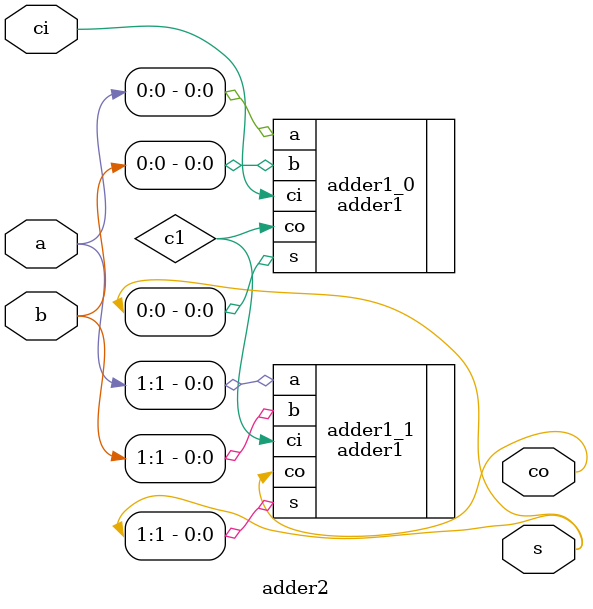
<source format=v>
module adder2(
    input [1:0] a, b,
    input ci,
    output [1:0] s,
    output co
    );
    
wire c1;

adder1 adder1_0(
    .a(a[0]),
    .b(b[0]),
    .ci(ci),
    .s(s[0]),
    .co(c1)
    );
    
adder1 adder1_1(
    .a(a[1]),
    .b(b[1]),
    .ci(c1),
    .s(s[1]),
    .co(co)
    );
    
endmodule
</source>
